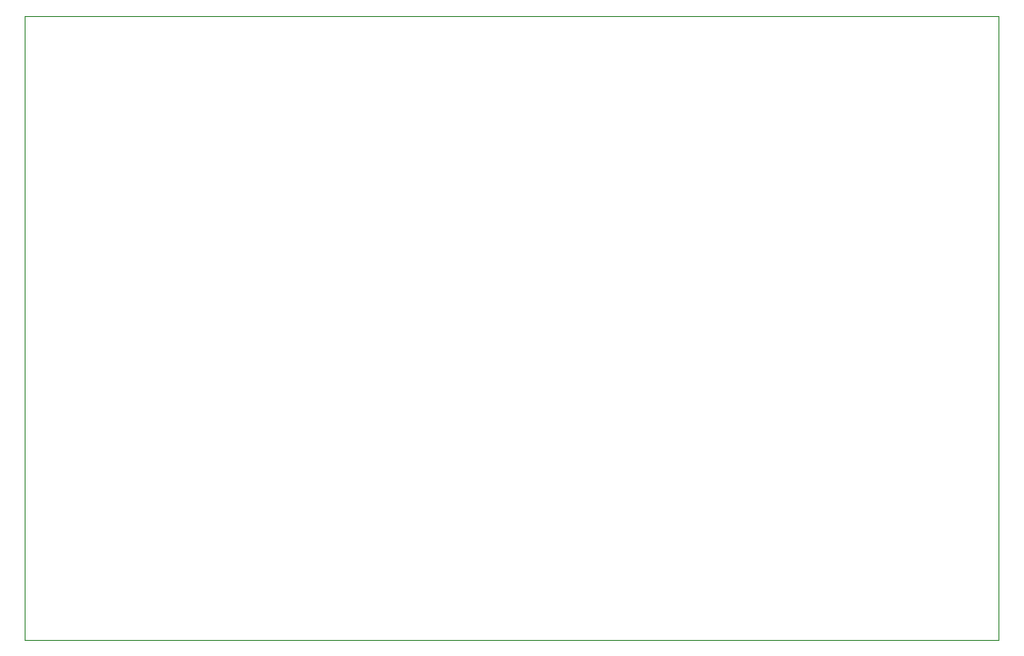
<source format=gbr>
%TF.GenerationSoftware,KiCad,Pcbnew,7.0.2*%
%TF.CreationDate,2023-06-25T23:38:38-03:00*%
%TF.ProjectId,Maze_Mapper,4d617a65-5f4d-4617-9070-65722e6b6963,rev?*%
%TF.SameCoordinates,Original*%
%TF.FileFunction,Profile,NP*%
%FSLAX46Y46*%
G04 Gerber Fmt 4.6, Leading zero omitted, Abs format (unit mm)*
G04 Created by KiCad (PCBNEW 7.0.2) date 2023-06-25 23:38:38*
%MOMM*%
%LPD*%
G01*
G04 APERTURE LIST*
%TA.AperFunction,Profile*%
%ADD10C,0.100000*%
%TD*%
G04 APERTURE END LIST*
D10*
X73152000Y-24892000D02*
X160274000Y-24892000D01*
X160274000Y-80772000D01*
X73152000Y-80772000D01*
X73152000Y-24892000D01*
M02*

</source>
